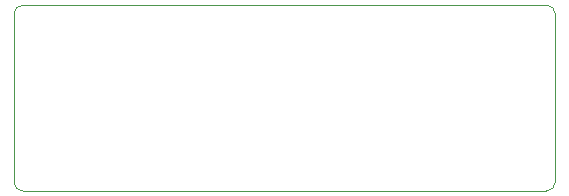
<source format=gbr>
%TF.GenerationSoftware,KiCad,Pcbnew,(5.1.8)-1*%
%TF.CreationDate,2021-01-31T15:43:31-07:00*%
%TF.ProjectId,Axle-Tx-PCB(STM32)v2,41786c65-2d54-4782-9d50-43422853544d,rev?*%
%TF.SameCoordinates,Original*%
%TF.FileFunction,Profile,NP*%
%FSLAX46Y46*%
G04 Gerber Fmt 4.6, Leading zero omitted, Abs format (unit mm)*
G04 Created by KiCad (PCBNEW (5.1.8)-1) date 2021-01-31 15:43:31*
%MOMM*%
%LPD*%
G01*
G04 APERTURE LIST*
%TA.AperFunction,Profile*%
%ADD10C,0.050000*%
%TD*%
G04 APERTURE END LIST*
D10*
X67945000Y-36322000D02*
G75*
G02*
X68707000Y-37084000I0J-762000D01*
G01*
X68707000Y-51308000D02*
G75*
G02*
X67945000Y-52070000I-762000J0D01*
G01*
X23622000Y-52070000D02*
G75*
G02*
X22860000Y-51308000I0J762000D01*
G01*
X22860000Y-37084000D02*
G75*
G02*
X23622000Y-36322000I762000J0D01*
G01*
X22860000Y-51308000D02*
X22860000Y-37084000D01*
X67945000Y-52070000D02*
X23622000Y-52070000D01*
X68707000Y-37084000D02*
X68707000Y-51308000D01*
X23622000Y-36322000D02*
X67945000Y-36322000D01*
M02*

</source>
